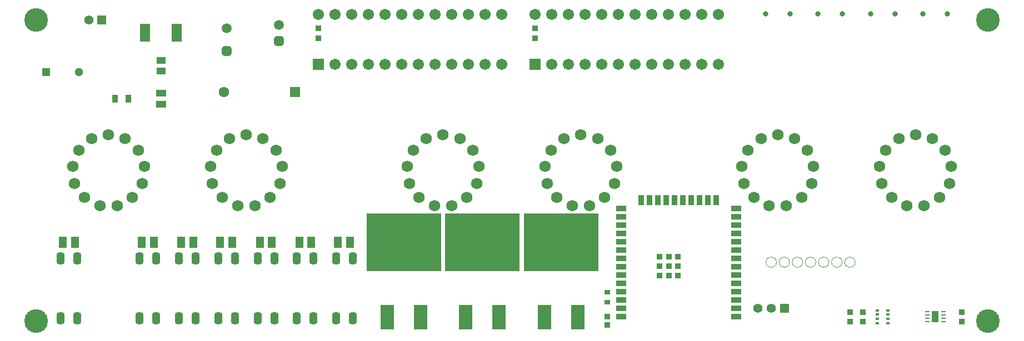
<source format=gbs>
G04*
G04 #@! TF.GenerationSoftware,Altium Limited,Altium Designer,25.5.2 (35)*
G04*
G04 Layer_Color=16711935*
%FSLAX44Y44*%
%MOMM*%
G71*
G04*
G04 #@! TF.SameCoordinates,D9E2C172-A1AF-44C0-98D0-4809437D878E*
G04*
G04*
G04 #@! TF.FilePolarity,Negative*
G04*
G01*
G75*
%ADD42R,0.9000X0.7500*%
%ADD54C,0.0000*%
G04:AMPARAMS|DCode=55|XSize=1.8032mm|YSize=1.2032mm|CornerRadius=0.3516mm|HoleSize=0mm|Usage=FLASHONLY|Rotation=270.000|XOffset=0mm|YOffset=0mm|HoleType=Round|Shape=RoundedRectangle|*
%AMROUNDEDRECTD55*
21,1,1.8032,0.5000,0,0,270.0*
21,1,1.1000,1.2032,0,0,270.0*
1,1,0.7032,-0.2500,-0.5500*
1,1,0.7032,-0.2500,0.5500*
1,1,0.7032,0.2500,0.5500*
1,1,0.7032,0.2500,-0.5500*
%
%ADD55ROUNDEDRECTD55*%
%ADD64R,1.2532X1.6532*%
%ADD70C,1.3900*%
%ADD71R,1.3900X1.3900*%
%ADD72C,1.7272*%
%ADD73C,3.6032*%
%ADD74C,1.3000*%
%ADD75R,1.3000X1.3000*%
%ADD76C,1.7032*%
%ADD77R,1.7032X1.7032*%
G04:AMPARAMS|DCode=78|XSize=1.5032mm|YSize=1.5032mm|CornerRadius=0.4266mm|HoleSize=0mm|Usage=FLASHONLY|Rotation=270.000|XOffset=0mm|YOffset=0mm|HoleType=Round|Shape=RoundedRectangle|*
%AMROUNDEDRECTD78*
21,1,1.5032,0.6500,0,0,270.0*
21,1,0.6500,1.5032,0,0,270.0*
1,1,0.8532,-0.3250,-0.3250*
1,1,0.8532,-0.3250,0.3250*
1,1,0.8532,0.3250,0.3250*
1,1,0.8532,0.3250,-0.3250*
%
%ADD78ROUNDEDRECTD78*%
%ADD79C,1.5032*%
%ADD80R,1.6000X1.6000*%
%ADD81C,1.6000*%
%ADD82C,0.8000*%
%ADD95R,11.4300X8.8900*%
%ADD96R,1.5046X2.7082*%
%ADD98R,1.0000X1.7000*%
%ADD99R,0.9121X0.9587*%
%ADD100R,0.9562X1.2062*%
%ADD101R,0.5000X0.3500*%
%ADD102R,0.8598X0.8324*%
%ADD103R,0.9000X1.5000*%
%ADD104R,1.5000X0.9000*%
%ADD105R,0.9000X0.9000*%
%ADD108R,2.0800X3.8100*%
%ADD109R,0.6500X0.2500*%
%ADD110R,1.4532X1.0032*%
%ADD111R,1.5032X1.0532*%
D42*
X940013Y258967D02*
D03*
Y274466D02*
D03*
D54*
X1197973Y319890D02*
G03*
X1197973Y319890I-7960J0D01*
G01*
X1217973D02*
G03*
X1217973Y319890I-7960J0D01*
G01*
X1237973D02*
G03*
X1237973Y319890I-7960J0D01*
G01*
X1257973D02*
G03*
X1257973Y319890I-7960J0D01*
G01*
X1277973D02*
G03*
X1277973Y319890I-7960J0D01*
G01*
X1297973D02*
G03*
X1297973Y319890I-7960J0D01*
G01*
X1317973D02*
G03*
X1317973Y319890I-7960J0D01*
G01*
D55*
X552713Y234141D02*
D03*
X527313Y325640D02*
D03*
Y234141D02*
D03*
X552713Y325640D02*
D03*
X312713Y234141D02*
D03*
X287313Y325640D02*
D03*
Y234141D02*
D03*
X312713Y325640D02*
D03*
X372713Y234141D02*
D03*
X347313Y325640D02*
D03*
Y234141D02*
D03*
X372713Y325640D02*
D03*
X432713Y234141D02*
D03*
X407313Y325640D02*
D03*
Y234141D02*
D03*
X432713Y325640D02*
D03*
X467313D02*
D03*
X492713Y234141D02*
D03*
X467313D02*
D03*
X492713Y325640D02*
D03*
X252713Y234141D02*
D03*
X227313Y325640D02*
D03*
Y234141D02*
D03*
X252713Y325640D02*
D03*
X107313Y234141D02*
D03*
Y325640D02*
D03*
X132713D02*
D03*
Y234141D02*
D03*
D64*
X548513Y349891D02*
D03*
X530013D02*
D03*
X368513D02*
D03*
X350013D02*
D03*
X429263D02*
D03*
X410763D02*
D03*
X489263D02*
D03*
X470763D02*
D03*
X129263D02*
D03*
X110763D02*
D03*
X309263D02*
D03*
X290763D02*
D03*
X230763D02*
D03*
X249263D02*
D03*
D70*
X150000Y690000D02*
D03*
X1170013Y249891D02*
D03*
X1190013D02*
D03*
D71*
X170000Y690000D02*
D03*
X1210013Y249891D02*
D03*
D72*
X193183Y406491D02*
D03*
X125413Y466521D02*
D03*
X234613D02*
D03*
X166853Y406491D02*
D03*
X216383Y418630D02*
D03*
X143543Y418721D02*
D03*
X225273Y491141D02*
D03*
X231443Y440391D02*
D03*
X128593D02*
D03*
X180013Y514891D02*
D03*
X154453Y508591D02*
D03*
X205573D02*
D03*
X134753Y491141D02*
D03*
X1423183Y406491D02*
D03*
X1355413Y466521D02*
D03*
X1464613D02*
D03*
X1396853Y406491D02*
D03*
X1446383Y418631D02*
D03*
X1373543Y418721D02*
D03*
X1455273Y491141D02*
D03*
X1461443Y440391D02*
D03*
X1358593D02*
D03*
X1410013Y514891D02*
D03*
X1435573Y508591D02*
D03*
X1384453D02*
D03*
X1364753Y491141D02*
D03*
X1213183Y406491D02*
D03*
X1145413Y466521D02*
D03*
X1254613D02*
D03*
X1186853Y406491D02*
D03*
X1236383Y418630D02*
D03*
X1163543Y418721D02*
D03*
X1245273Y491141D02*
D03*
X1251443Y440391D02*
D03*
X1148593D02*
D03*
X1200013Y514891D02*
D03*
X1174453Y508591D02*
D03*
X1225573D02*
D03*
X1154753Y491141D02*
D03*
X913183Y406491D02*
D03*
X845413Y466521D02*
D03*
X954613D02*
D03*
X886853Y406491D02*
D03*
X936383Y418631D02*
D03*
X863543Y418721D02*
D03*
X945273Y491141D02*
D03*
X951443Y440391D02*
D03*
X848593D02*
D03*
X900013Y514891D02*
D03*
X874453Y508591D02*
D03*
X925573D02*
D03*
X854753Y491141D02*
D03*
X390013Y514891D02*
D03*
X364453Y508591D02*
D03*
X426383Y418630D02*
D03*
X403183Y406491D02*
D03*
X441443Y440391D02*
D03*
X435273Y491141D02*
D03*
X415573Y508591D02*
D03*
X338593Y440391D02*
D03*
X353543Y418721D02*
D03*
X444613Y466521D02*
D03*
X376853Y406491D02*
D03*
X335413Y466521D02*
D03*
X344753Y491141D02*
D03*
X703183Y406491D02*
D03*
X635413Y466521D02*
D03*
X744613D02*
D03*
X676853Y406491D02*
D03*
X726383Y418630D02*
D03*
X653543Y418721D02*
D03*
X735273Y491141D02*
D03*
X741443Y440391D02*
D03*
X690013Y514891D02*
D03*
X638593Y440391D02*
D03*
X664453Y508591D02*
D03*
X715573D02*
D03*
X644753Y491141D02*
D03*
D73*
X70000Y690000D02*
D03*
X1520000D02*
D03*
Y230000D02*
D03*
X70000D02*
D03*
D74*
X135013Y609891D02*
D03*
D75*
X85013D02*
D03*
D76*
X1109713Y697991D02*
D03*
X1084313D02*
D03*
X1058913D02*
D03*
X1033513D02*
D03*
X1008113D02*
D03*
X982713D02*
D03*
X957313D02*
D03*
X931913D02*
D03*
X1084313Y621791D02*
D03*
X1058913D02*
D03*
X1033513D02*
D03*
X1008113D02*
D03*
X982713D02*
D03*
X957313D02*
D03*
X931913D02*
D03*
X906513D02*
D03*
X881113D02*
D03*
X855713D02*
D03*
X881113Y697991D02*
D03*
X906513D02*
D03*
X855713D02*
D03*
X830313D02*
D03*
X1109713Y621791D02*
D03*
X525713Y697991D02*
D03*
X551113Y621791D02*
D03*
X576513Y697991D02*
D03*
X500313D02*
D03*
X576513Y621791D02*
D03*
X601913D02*
D03*
X627313D02*
D03*
X652713D02*
D03*
X678113D02*
D03*
X703513D02*
D03*
X728913D02*
D03*
X754313D02*
D03*
X601913Y697991D02*
D03*
X627313D02*
D03*
X652713D02*
D03*
X678113D02*
D03*
X703513D02*
D03*
X728913D02*
D03*
X754313D02*
D03*
X779713D02*
D03*
X551113D02*
D03*
X779713Y621791D02*
D03*
X525713D02*
D03*
D77*
X830313D02*
D03*
X500313D02*
D03*
D78*
X360013Y642391D02*
D03*
X440013Y657391D02*
D03*
D79*
X360013Y677391D02*
D03*
X440013Y682391D02*
D03*
D80*
X464393Y579891D02*
D03*
D81*
X355633D02*
D03*
D82*
X1378500Y699500D02*
D03*
X1341500D02*
D03*
X1298500D02*
D03*
X1261500D02*
D03*
X1218500D02*
D03*
X1181500D02*
D03*
X1458500D02*
D03*
X1421500D02*
D03*
D95*
X870013Y349891D02*
D03*
X630013D02*
D03*
X750013D02*
D03*
D96*
X235992Y670000D02*
D03*
X284008D02*
D03*
D98*
X1440013Y236716D02*
D03*
D99*
X500013Y676717D02*
D03*
Y662182D02*
D03*
X830013Y676717D02*
D03*
Y662182D02*
D03*
X1480013Y243983D02*
D03*
Y229449D02*
D03*
X1330013Y243983D02*
D03*
Y229449D02*
D03*
X1310013Y243983D02*
D03*
Y229449D02*
D03*
D100*
X210263Y569891D02*
D03*
X189763D02*
D03*
D101*
X1368013Y233466D02*
D03*
X1352013Y246467D02*
D03*
Y239967D02*
D03*
Y226966D02*
D03*
X1368013Y239967D02*
D03*
Y246467D02*
D03*
X1352013Y233466D02*
D03*
X1368013Y226966D02*
D03*
D102*
X940013Y236716D02*
D03*
Y224443D02*
D03*
D103*
X1106213Y414291D02*
D03*
X1093513D02*
D03*
X1080813D02*
D03*
X1068113D02*
D03*
X1055413D02*
D03*
X1042713D02*
D03*
X1030013D02*
D03*
X1017313D02*
D03*
X1004613D02*
D03*
X991913D02*
D03*
D104*
X1136513Y249391D02*
D03*
Y312890D02*
D03*
Y350990D02*
D03*
Y363690D02*
D03*
Y376390D02*
D03*
Y389090D02*
D03*
Y401791D02*
D03*
X961513D02*
D03*
Y389090D02*
D03*
Y376390D02*
D03*
Y363690D02*
D03*
Y350990D02*
D03*
Y338290D02*
D03*
Y312890D02*
D03*
Y300191D02*
D03*
Y287491D02*
D03*
Y274790D02*
D03*
Y262090D02*
D03*
X1136513D02*
D03*
Y325591D02*
D03*
Y300191D02*
D03*
X961513Y249391D02*
D03*
X1136513Y338290D02*
D03*
Y274790D02*
D03*
Y287491D02*
D03*
Y236691D02*
D03*
X961513D02*
D03*
Y325591D02*
D03*
D105*
X1048013Y327891D02*
D03*
Y313890D02*
D03*
Y299891D02*
D03*
X1020013Y327891D02*
D03*
X1034013D02*
D03*
Y313891D02*
D03*
X1020013Y313890D02*
D03*
X1034013Y299891D02*
D03*
X1020013Y299891D02*
D03*
D108*
X655413Y235591D02*
D03*
X604613D02*
D03*
X775413D02*
D03*
X724613D02*
D03*
X895413D02*
D03*
X844613D02*
D03*
D109*
X1427763Y229216D02*
D03*
Y234216D02*
D03*
Y239216D02*
D03*
Y244216D02*
D03*
X1452263D02*
D03*
Y239216D02*
D03*
Y234216D02*
D03*
Y229216D02*
D03*
D110*
X260013Y611890D02*
D03*
Y627891D02*
D03*
D111*
Y578391D02*
D03*
Y561391D02*
D03*
M02*

</source>
